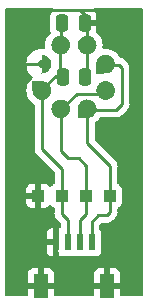
<source format=gbr>
G04 #@! TF.GenerationSoftware,KiCad,Pcbnew,(6.0.7)*
G04 #@! TF.CreationDate,2022-08-12T11:37:01-07:00*
G04 #@! TF.ProjectId,mlx90640-breakout,6d6c7839-3036-4343-902d-627265616b6f,rev?*
G04 #@! TF.SameCoordinates,Original*
G04 #@! TF.FileFunction,Copper,L1,Top*
G04 #@! TF.FilePolarity,Positive*
%FSLAX46Y46*%
G04 Gerber Fmt 4.6, Leading zero omitted, Abs format (unit mm)*
G04 Created by KiCad (PCBNEW (6.0.7)) date 2022-08-12 11:37:01*
%MOMM*%
%LPD*%
G01*
G04 APERTURE LIST*
G04 Aperture macros list*
%AMRoundRect*
0 Rectangle with rounded corners*
0 $1 Rounding radius*
0 $2 $3 $4 $5 $6 $7 $8 $9 X,Y pos of 4 corners*
0 Add a 4 corners polygon primitive as box body*
4,1,4,$2,$3,$4,$5,$6,$7,$8,$9,$2,$3,0*
0 Add four circle primitives for the rounded corners*
1,1,$1+$1,$2,$3*
1,1,$1+$1,$4,$5*
1,1,$1+$1,$6,$7*
1,1,$1+$1,$8,$9*
0 Add four rect primitives between the rounded corners*
20,1,$1+$1,$2,$3,$4,$5,0*
20,1,$1+$1,$4,$5,$6,$7,0*
20,1,$1+$1,$6,$7,$8,$9,0*
20,1,$1+$1,$8,$9,$2,$3,0*%
%AMFreePoly0*
4,1,21,0.108156,0.332870,0.205725,0.283156,0.283156,0.205725,0.332870,0.108156,0.350000,0.000000,0.332870,-0.108156,0.283156,-0.205725,0.205725,-0.283156,0.108156,-0.332870,0.000000,-0.350000,-0.108156,-0.332870,-0.205725,-0.283156,-0.283156,-0.205725,-0.332870,-0.108156,-0.350000,0.000000,-0.332870,0.108156,-0.283156,0.205725,-0.205725,0.283156,-0.108156,0.332870,0.000000,0.350000,
0.108156,0.332870,0.108156,0.332870,$1*%
G04 Aperture macros list end*
G04 #@! TA.AperFunction,EtchedComponent*
%ADD10C,1.600000*%
G04 #@! TD*
G04 #@! TA.AperFunction,SMDPad,CuDef*
%ADD11R,1.000000X1.000000*%
G04 #@! TD*
G04 #@! TA.AperFunction,SMDPad,CuDef*
%ADD12RoundRect,0.250000X-0.250000X-0.475000X0.250000X-0.475000X0.250000X0.475000X-0.250000X0.475000X0*%
G04 #@! TD*
G04 #@! TA.AperFunction,SMDPad,CuDef*
%ADD13R,0.600000X1.350000*%
G04 #@! TD*
G04 #@! TA.AperFunction,SMDPad,CuDef*
%ADD14R,1.200000X2.000000*%
G04 #@! TD*
G04 #@! TA.AperFunction,ComponentPad*
%ADD15FreePoly0,90.000000*%
G04 #@! TD*
G04 #@! TA.AperFunction,ComponentPad*
%ADD16C,0.700000*%
G04 #@! TD*
G04 #@! TA.AperFunction,ComponentPad*
%ADD17FreePoly0,0.000000*%
G04 #@! TD*
G04 #@! TA.AperFunction,Conductor*
%ADD18C,0.250000*%
G04 #@! TD*
G04 APERTURE END LIST*
D10*
X113627739Y-65573956D02*
G75*
G03*
X113627739Y-65573956I-1000J0D01*
G01*
X108228891Y-65574990D02*
G75*
G03*
X108228891Y-65574990I-100J0D01*
G01*
X113624347Y-63340119D02*
G75*
G03*
X113624347Y-63340119I-100J0D01*
G01*
X108228804Y-63340120D02*
G75*
G03*
X108228804Y-63340120I-10J0D01*
G01*
X109825110Y-61728793D02*
G75*
G03*
X109825110Y-61728793I-100J0D01*
G01*
X112059981Y-67124249D02*
G75*
G03*
X112059981Y-67124249I-100J0D01*
G01*
X112059890Y-61728796D02*
G75*
G03*
X112059890Y-61728796I-10J0D01*
G01*
X109827044Y-67126741D02*
G75*
G03*
X109827044Y-67126741I-1000J0D01*
G01*
D11*
X113997999Y-74483001D03*
X107901999Y-74483001D03*
D12*
X109938999Y-59878001D03*
X111838999Y-59878001D03*
D13*
X109443999Y-78428001D03*
X110443999Y-78428001D03*
X111443999Y-78428001D03*
X112443999Y-78428001D03*
D14*
X113743999Y-82103001D03*
X108143999Y-82103001D03*
D11*
X109933999Y-74483001D03*
D12*
X109999999Y-64450001D03*
X111899999Y-64450001D03*
D11*
X111965999Y-74483001D03*
D15*
X113626739Y-65573956D03*
D16*
X108228791Y-65574990D03*
X108228794Y-63340120D03*
X113624247Y-63340119D03*
D17*
X109826044Y-67126741D03*
D16*
X109825010Y-61728793D03*
X112059880Y-61728796D03*
X112059881Y-67124249D03*
D18*
X109933999Y-74483001D02*
X109933999Y-72197001D01*
X109933999Y-74483001D02*
X109933999Y-76007001D01*
X109825010Y-61728793D02*
X109825010Y-59991990D01*
X109868291Y-64323001D02*
X109761855Y-64216565D01*
X108181563Y-65567437D02*
X109425999Y-64323001D01*
X109933999Y-72197001D02*
X108252271Y-70515273D01*
X109825010Y-59991990D02*
X109938999Y-59878001D01*
X109425999Y-64323001D02*
X109868291Y-64323001D01*
X109933999Y-76007001D02*
X110443999Y-76517001D01*
X110443999Y-76517001D02*
X110443999Y-78428001D01*
X108252271Y-70515273D02*
X108252271Y-65567437D01*
X109761855Y-64216565D02*
X109761855Y-61752273D01*
X110441999Y-71308001D02*
X109833366Y-70699368D01*
X109833366Y-70699368D02*
X109833366Y-67167002D01*
X111965999Y-74483001D02*
X111965999Y-71943001D01*
X111965999Y-76007001D02*
X111965999Y-74483001D01*
X111443999Y-76529001D02*
X111965999Y-76007001D01*
X111330999Y-71308001D02*
X110441999Y-71308001D01*
X111443999Y-78428001D02*
X111443999Y-76529001D01*
X111163417Y-65847001D02*
X113396219Y-65847001D01*
X111965999Y-71943001D02*
X111330999Y-71308001D01*
X109833598Y-67176820D02*
X111163417Y-65847001D01*
X113396219Y-65847001D02*
X113650219Y-65593001D01*
X112443999Y-76672001D02*
X112981999Y-76134001D01*
X114538771Y-67211229D02*
X112067435Y-67211229D01*
X113647727Y-63396065D02*
X114722063Y-63396065D01*
X112981999Y-76134001D02*
X113743999Y-76134001D01*
X115013999Y-66736001D02*
X114538771Y-67211229D01*
X112443999Y-78428001D02*
X112443999Y-76672001D01*
X112067203Y-70012205D02*
X112067203Y-67164510D01*
X113997999Y-71943001D02*
X112067203Y-70012205D01*
X113997999Y-75880001D02*
X113997999Y-74483001D01*
X113743999Y-76134001D02*
X113997999Y-75880001D01*
X114722063Y-63396065D02*
X115013999Y-63688001D01*
X115013999Y-63688001D02*
X115013999Y-66736001D01*
X113997999Y-74483001D02*
X113997999Y-71943001D01*
X107901999Y-73086001D02*
X107901999Y-74483001D01*
X113235999Y-59497001D02*
X112854999Y-59878001D01*
X106250999Y-63053001D02*
X106250999Y-63281436D01*
X111838999Y-64297436D02*
X112067434Y-64069001D01*
X108143999Y-78428001D02*
X109443999Y-78428001D01*
X113235999Y-58735001D02*
X113235999Y-59497001D01*
X112067434Y-59318871D02*
X111483564Y-58735001D01*
X109443999Y-78428001D02*
X108163999Y-78428001D01*
X107901999Y-78166001D02*
X107901999Y-74483001D01*
X112854999Y-59878001D02*
X111838999Y-59878001D01*
X108143999Y-82103001D02*
X108143999Y-78428001D01*
X108163999Y-78428001D02*
X107901999Y-78166001D01*
X106250999Y-71435001D02*
X107901999Y-73086001D01*
X106250999Y-71435001D02*
X106250999Y-63053001D01*
X111483564Y-58735001D02*
X113235999Y-58735001D01*
X112067434Y-64069001D02*
X112067434Y-59318871D01*
X113743999Y-82103001D02*
X108143999Y-82103001D01*
X107114434Y-58735001D02*
X106250999Y-59598436D01*
X106250999Y-63281436D02*
X106276564Y-63307001D01*
X106250999Y-59598436D02*
X106250999Y-63053001D01*
X111483564Y-58735001D02*
X107114434Y-58735001D01*
X106276564Y-63307001D02*
X108252273Y-63307001D01*
G04 #@! TA.AperFunction,Conductor*
G36*
X109174636Y-58628503D02*
G01*
X109221129Y-58682159D01*
X109231233Y-58752433D01*
X109201739Y-58817013D01*
X109195688Y-58823519D01*
X109089694Y-58929698D01*
X108996884Y-59080263D01*
X108941202Y-59248140D01*
X108930499Y-59352601D01*
X108930499Y-60403401D01*
X108930836Y-60406647D01*
X108930836Y-60406651D01*
X108940617Y-60500915D01*
X108941473Y-60509167D01*
X108943656Y-60515709D01*
X108943656Y-60515711D01*
X108979993Y-60624626D01*
X108982578Y-60695576D01*
X108949565Y-60753598D01*
X108818735Y-60884428D01*
X108687400Y-61071994D01*
X108685077Y-61076976D01*
X108685074Y-61076981D01*
X108592954Y-61274534D01*
X108590631Y-61279516D01*
X108531368Y-61500689D01*
X108511411Y-61728793D01*
X108511890Y-61734268D01*
X108511890Y-61734279D01*
X108526760Y-61904235D01*
X108512772Y-61973840D01*
X108463373Y-62024832D01*
X108390259Y-62040738D01*
X108234270Y-62027091D01*
X108234269Y-62027091D01*
X108228794Y-62026612D01*
X108000706Y-62046567D01*
X107995393Y-62047991D01*
X107995391Y-62047991D01*
X107784858Y-62104403D01*
X107784856Y-62104404D01*
X107779548Y-62105826D01*
X107774568Y-62108148D01*
X107774566Y-62108149D01*
X107577021Y-62200266D01*
X107577018Y-62200268D01*
X107572040Y-62202589D01*
X107384487Y-62333914D01*
X107222588Y-62495813D01*
X107091263Y-62683366D01*
X107088942Y-62688344D01*
X107088940Y-62688347D01*
X106997283Y-62884906D01*
X106994500Y-62890874D01*
X106993078Y-62896182D01*
X106993077Y-62896184D01*
X106946474Y-63070108D01*
X106935241Y-63112032D01*
X106915286Y-63340120D01*
X106935241Y-63568208D01*
X106936665Y-63573521D01*
X106936665Y-63573523D01*
X106981317Y-63740165D01*
X106994500Y-63789366D01*
X107091263Y-63996874D01*
X107222588Y-64184427D01*
X107384487Y-64346326D01*
X107395857Y-64354287D01*
X107440184Y-64409743D01*
X107447493Y-64480363D01*
X107415462Y-64543723D01*
X107395855Y-64560713D01*
X107384426Y-64568715D01*
X107222516Y-64730625D01*
X107091181Y-64918191D01*
X107088858Y-64923173D01*
X107088855Y-64923178D01*
X106996735Y-65120731D01*
X106994412Y-65125713D01*
X106992990Y-65131021D01*
X106992989Y-65131023D01*
X106966863Y-65228527D01*
X106935149Y-65346886D01*
X106915192Y-65574990D01*
X106935149Y-65803094D01*
X106936573Y-65808407D01*
X106936573Y-65808409D01*
X106955861Y-65880391D01*
X106994412Y-66024267D01*
X106996734Y-66029248D01*
X106996735Y-66029249D01*
X107088855Y-66226802D01*
X107088858Y-66226807D01*
X107091181Y-66231789D01*
X107222516Y-66419355D01*
X107384426Y-66581265D01*
X107562746Y-66706126D01*
X107565042Y-66707734D01*
X107609370Y-66763191D01*
X107618771Y-66810947D01*
X107618771Y-70436506D01*
X107618244Y-70447689D01*
X107616569Y-70455182D01*
X107616818Y-70463108D01*
X107616818Y-70463109D01*
X107618709Y-70523259D01*
X107618771Y-70527218D01*
X107618771Y-70555129D01*
X107619268Y-70559063D01*
X107619268Y-70559064D01*
X107619276Y-70559129D01*
X107620209Y-70570966D01*
X107621598Y-70615162D01*
X107624138Y-70623904D01*
X107627249Y-70634612D01*
X107631258Y-70653973D01*
X107633797Y-70674070D01*
X107636716Y-70681441D01*
X107636716Y-70681443D01*
X107650075Y-70715185D01*
X107653920Y-70726415D01*
X107664042Y-70761256D01*
X107666253Y-70768866D01*
X107670286Y-70775685D01*
X107670288Y-70775690D01*
X107676564Y-70786301D01*
X107685259Y-70804049D01*
X107692719Y-70822890D01*
X107697381Y-70829306D01*
X107697381Y-70829307D01*
X107718707Y-70858660D01*
X107725223Y-70868580D01*
X107747729Y-70906635D01*
X107762050Y-70920956D01*
X107774890Y-70935989D01*
X107786799Y-70952380D01*
X107792905Y-70957431D01*
X107820876Y-70980571D01*
X107829655Y-70988561D01*
X109263594Y-72422500D01*
X109297620Y-72484812D01*
X109300499Y-72511595D01*
X109300499Y-73402619D01*
X109280497Y-73470740D01*
X109226841Y-73517233D01*
X109218730Y-73520600D01*
X109195706Y-73529232D01*
X109195703Y-73529233D01*
X109187294Y-73532386D01*
X109070738Y-73619740D01*
X109018826Y-73689007D01*
X109018513Y-73689424D01*
X108961654Y-73731939D01*
X108890836Y-73736965D01*
X108828542Y-73702905D01*
X108816861Y-73689424D01*
X108770285Y-73627278D01*
X108757723Y-73614716D01*
X108655648Y-73538215D01*
X108640053Y-73529677D01*
X108519605Y-73484523D01*
X108504350Y-73480896D01*
X108453485Y-73475370D01*
X108446671Y-73475001D01*
X108174114Y-73475001D01*
X108158875Y-73479476D01*
X108157670Y-73480866D01*
X108155999Y-73488549D01*
X108155999Y-75472885D01*
X108160474Y-75488124D01*
X108161864Y-75489329D01*
X108169547Y-75491000D01*
X108446668Y-75491000D01*
X108453489Y-75490630D01*
X108504351Y-75485106D01*
X108519603Y-75481480D01*
X108640053Y-75436325D01*
X108655648Y-75427787D01*
X108757723Y-75351286D01*
X108770285Y-75338724D01*
X108816861Y-75276578D01*
X108873720Y-75234063D01*
X108944539Y-75229037D01*
X109006832Y-75263097D01*
X109018511Y-75276575D01*
X109070738Y-75346262D01*
X109187294Y-75433616D01*
X109195703Y-75436769D01*
X109195706Y-75436770D01*
X109218730Y-75445402D01*
X109275494Y-75488044D01*
X109300193Y-75554606D01*
X109300499Y-75563383D01*
X109300499Y-75928234D01*
X109299972Y-75939417D01*
X109298297Y-75946910D01*
X109298546Y-75954836D01*
X109298546Y-75954837D01*
X109300437Y-76014987D01*
X109300499Y-76018946D01*
X109300499Y-76046857D01*
X109300996Y-76050791D01*
X109300996Y-76050792D01*
X109301004Y-76050857D01*
X109301937Y-76062694D01*
X109303326Y-76106890D01*
X109307718Y-76122006D01*
X109308977Y-76126340D01*
X109312986Y-76145701D01*
X109315525Y-76165798D01*
X109318444Y-76173169D01*
X109318444Y-76173171D01*
X109331803Y-76206913D01*
X109335648Y-76218143D01*
X109345770Y-76252984D01*
X109347981Y-76260594D01*
X109352014Y-76267413D01*
X109352016Y-76267418D01*
X109358292Y-76278029D01*
X109366987Y-76295777D01*
X109374447Y-76314618D01*
X109379109Y-76321034D01*
X109379109Y-76321035D01*
X109400435Y-76350388D01*
X109406951Y-76360308D01*
X109416036Y-76375669D01*
X109429457Y-76398363D01*
X109443778Y-76412684D01*
X109456618Y-76427717D01*
X109468527Y-76444108D01*
X109500412Y-76470485D01*
X109502592Y-76472289D01*
X109511373Y-76480279D01*
X109773595Y-76742502D01*
X109807620Y-76804814D01*
X109810499Y-76831597D01*
X109810499Y-77122965D01*
X109790497Y-77191086D01*
X109736841Y-77237579D01*
X109719997Y-77243861D01*
X109700875Y-77249476D01*
X109699670Y-77250866D01*
X109697999Y-77258549D01*
X109697999Y-77471143D01*
X109689981Y-77515372D01*
X109645028Y-77635283D01*
X109645026Y-77635289D01*
X109642254Y-77642685D01*
X109635499Y-77704867D01*
X109635499Y-79151135D01*
X109642254Y-79213317D01*
X109645026Y-79220713D01*
X109645028Y-79220719D01*
X109689981Y-79340630D01*
X109697999Y-79384859D01*
X109697999Y-79592885D01*
X109702474Y-79608124D01*
X109703864Y-79609329D01*
X109711547Y-79611000D01*
X109788668Y-79611000D01*
X109795489Y-79610630D01*
X109846351Y-79605106D01*
X109861603Y-79601480D01*
X109899057Y-79587439D01*
X109969864Y-79582256D01*
X109987515Y-79587439D01*
X110033683Y-79604746D01*
X110095865Y-79611501D01*
X110792133Y-79611501D01*
X110796745Y-79611000D01*
X110846465Y-79605599D01*
X110846467Y-79605599D01*
X110854315Y-79604746D01*
X110861708Y-79601974D01*
X110861710Y-79601974D01*
X110899770Y-79587706D01*
X110970577Y-79582523D01*
X110988228Y-79587706D01*
X111026288Y-79601974D01*
X111026290Y-79601974D01*
X111033683Y-79604746D01*
X111041531Y-79605599D01*
X111041533Y-79605599D01*
X111091253Y-79611000D01*
X111095865Y-79611501D01*
X111792133Y-79611501D01*
X111796745Y-79611000D01*
X111846465Y-79605599D01*
X111846467Y-79605599D01*
X111854315Y-79604746D01*
X111861708Y-79601974D01*
X111861710Y-79601974D01*
X111899770Y-79587706D01*
X111970577Y-79582523D01*
X111988228Y-79587706D01*
X112026288Y-79601974D01*
X112026290Y-79601974D01*
X112033683Y-79604746D01*
X112041531Y-79605599D01*
X112041533Y-79605599D01*
X112091253Y-79611000D01*
X112095865Y-79611501D01*
X112792133Y-79611501D01*
X112854315Y-79604746D01*
X112990704Y-79553616D01*
X113107260Y-79466262D01*
X113194614Y-79349706D01*
X113245744Y-79213317D01*
X113252499Y-79151135D01*
X113252499Y-77704867D01*
X113245744Y-77642685D01*
X113194614Y-77506296D01*
X113107260Y-77389740D01*
X113108864Y-77388538D01*
X113080378Y-77336371D01*
X113077499Y-77309588D01*
X113077499Y-76986596D01*
X113097501Y-76918475D01*
X113114404Y-76897500D01*
X113207500Y-76804405D01*
X113269812Y-76770380D01*
X113296595Y-76767501D01*
X113665232Y-76767501D01*
X113676415Y-76768028D01*
X113683908Y-76769703D01*
X113691834Y-76769454D01*
X113691835Y-76769454D01*
X113751985Y-76767563D01*
X113755944Y-76767501D01*
X113783855Y-76767501D01*
X113787790Y-76767004D01*
X113787855Y-76766996D01*
X113799692Y-76766063D01*
X113831950Y-76765049D01*
X113835969Y-76764923D01*
X113843888Y-76764674D01*
X113863342Y-76759022D01*
X113882699Y-76755014D01*
X113894929Y-76753469D01*
X113894930Y-76753469D01*
X113902796Y-76752475D01*
X113910167Y-76749556D01*
X113910169Y-76749556D01*
X113943911Y-76736197D01*
X113955141Y-76732352D01*
X113989982Y-76722230D01*
X113989983Y-76722230D01*
X113997592Y-76720019D01*
X114004411Y-76715986D01*
X114004416Y-76715984D01*
X114015027Y-76709708D01*
X114032775Y-76701013D01*
X114051616Y-76693553D01*
X114087386Y-76667565D01*
X114097306Y-76661049D01*
X114128534Y-76642581D01*
X114128537Y-76642579D01*
X114135361Y-76638543D01*
X114149682Y-76624222D01*
X114164716Y-76611381D01*
X114174693Y-76604132D01*
X114181106Y-76599473D01*
X114209297Y-76565396D01*
X114217287Y-76556617D01*
X114390246Y-76383658D01*
X114398536Y-76376114D01*
X114405017Y-76372001D01*
X114451658Y-76322333D01*
X114454412Y-76319492D01*
X114474133Y-76299771D01*
X114476611Y-76296576D01*
X114484317Y-76287554D01*
X114509157Y-76261102D01*
X114514585Y-76255322D01*
X114524345Y-76237569D01*
X114535198Y-76221046D01*
X114537450Y-76218143D01*
X114547612Y-76205042D01*
X114565175Y-76164458D01*
X114570382Y-76153828D01*
X114591694Y-76115061D01*
X114593665Y-76107384D01*
X114593667Y-76107379D01*
X114596731Y-76095443D01*
X114603137Y-76076731D01*
X114608032Y-76065420D01*
X114611180Y-76058146D01*
X114612420Y-76050318D01*
X114612422Y-76050311D01*
X114618098Y-76014477D01*
X114620504Y-76002857D01*
X114629527Y-75967712D01*
X114629527Y-75967711D01*
X114631499Y-75960031D01*
X114631499Y-75939777D01*
X114633050Y-75920066D01*
X114634979Y-75907887D01*
X114636219Y-75900058D01*
X114632058Y-75856039D01*
X114631499Y-75844182D01*
X114631499Y-75563383D01*
X114651501Y-75495262D01*
X114705157Y-75448769D01*
X114713268Y-75445402D01*
X114736292Y-75436770D01*
X114736295Y-75436769D01*
X114744704Y-75433616D01*
X114861260Y-75346262D01*
X114948614Y-75229706D01*
X114999744Y-75093317D01*
X115006499Y-75031135D01*
X115006499Y-73934867D01*
X114999744Y-73872685D01*
X114948614Y-73736296D01*
X114861260Y-73619740D01*
X114744704Y-73532386D01*
X114736295Y-73529233D01*
X114736292Y-73529232D01*
X114713268Y-73520600D01*
X114656504Y-73477958D01*
X114631805Y-73411396D01*
X114631499Y-73402619D01*
X114631499Y-72021768D01*
X114632026Y-72010585D01*
X114633701Y-72003092D01*
X114631561Y-71935001D01*
X114631499Y-71931044D01*
X114631499Y-71903145D01*
X114630995Y-71899154D01*
X114630062Y-71887312D01*
X114628922Y-71851037D01*
X114628673Y-71843112D01*
X114626460Y-71835494D01*
X114626460Y-71835493D01*
X114623022Y-71823660D01*
X114619011Y-71804296D01*
X114617466Y-71792065D01*
X114616473Y-71784204D01*
X114613556Y-71776837D01*
X114613555Y-71776832D01*
X114600197Y-71743093D01*
X114596353Y-71731866D01*
X114586229Y-71697023D01*
X114584017Y-71689408D01*
X114573706Y-71671973D01*
X114565011Y-71654225D01*
X114557551Y-71635384D01*
X114531563Y-71599614D01*
X114525047Y-71589694D01*
X114506579Y-71558466D01*
X114506577Y-71558463D01*
X114502541Y-71551639D01*
X114488220Y-71537318D01*
X114475379Y-71522284D01*
X114468130Y-71512307D01*
X114463471Y-71505894D01*
X114429394Y-71477703D01*
X114420615Y-71469713D01*
X112737608Y-69786705D01*
X112703582Y-69724393D01*
X112700703Y-69697610D01*
X112700703Y-68338638D01*
X112720705Y-68270517D01*
X112754432Y-68235425D01*
X112899735Y-68133683D01*
X112899738Y-68133681D01*
X112904246Y-68130524D01*
X113066156Y-67968614D01*
X113108323Y-67908394D01*
X113115280Y-67898458D01*
X113170737Y-67854130D01*
X113218493Y-67844729D01*
X114460004Y-67844729D01*
X114471187Y-67845256D01*
X114478680Y-67846931D01*
X114486606Y-67846682D01*
X114486607Y-67846682D01*
X114546757Y-67844791D01*
X114550716Y-67844729D01*
X114578627Y-67844729D01*
X114582562Y-67844232D01*
X114582627Y-67844224D01*
X114594464Y-67843291D01*
X114626722Y-67842277D01*
X114630741Y-67842151D01*
X114638660Y-67841902D01*
X114658114Y-67836250D01*
X114677471Y-67832242D01*
X114689701Y-67830697D01*
X114689702Y-67830697D01*
X114697568Y-67829703D01*
X114704939Y-67826784D01*
X114704941Y-67826784D01*
X114738683Y-67813425D01*
X114749913Y-67809580D01*
X114784754Y-67799458D01*
X114784755Y-67799458D01*
X114792364Y-67797247D01*
X114799183Y-67793214D01*
X114799188Y-67793212D01*
X114809799Y-67786936D01*
X114827547Y-67778241D01*
X114846388Y-67770781D01*
X114882158Y-67744793D01*
X114892078Y-67738277D01*
X114923306Y-67719809D01*
X114923309Y-67719807D01*
X114930133Y-67715771D01*
X114944454Y-67701450D01*
X114959488Y-67688609D01*
X114969464Y-67681361D01*
X114975878Y-67676701D01*
X115004059Y-67642636D01*
X115012049Y-67633855D01*
X115406257Y-67239648D01*
X115414536Y-67232114D01*
X115421017Y-67228001D01*
X115467643Y-67178349D01*
X115470397Y-67175508D01*
X115490134Y-67155771D01*
X115492614Y-67152574D01*
X115500319Y-67143552D01*
X115525158Y-67117101D01*
X115530585Y-67111322D01*
X115534404Y-67104376D01*
X115534406Y-67104373D01*
X115540347Y-67093567D01*
X115551198Y-67077048D01*
X115558757Y-67067302D01*
X115563613Y-67061042D01*
X115566758Y-67053773D01*
X115566761Y-67053769D01*
X115581173Y-67020464D01*
X115586390Y-67009814D01*
X115607694Y-66971061D01*
X115612732Y-66951438D01*
X115619136Y-66932735D01*
X115624032Y-66921421D01*
X115624032Y-66921420D01*
X115627180Y-66914146D01*
X115628419Y-66906323D01*
X115628422Y-66906313D01*
X115634098Y-66870477D01*
X115636504Y-66858857D01*
X115645527Y-66823712D01*
X115645527Y-66823711D01*
X115647499Y-66816031D01*
X115647499Y-66795777D01*
X115649050Y-66776066D01*
X115650979Y-66763887D01*
X115652219Y-66756058D01*
X115648058Y-66712039D01*
X115647499Y-66700182D01*
X115647499Y-63766768D01*
X115648026Y-63755585D01*
X115649701Y-63748092D01*
X115647561Y-63680001D01*
X115647499Y-63676044D01*
X115647499Y-63648145D01*
X115646995Y-63644154D01*
X115646062Y-63632312D01*
X115644922Y-63596037D01*
X115644673Y-63588112D01*
X115642461Y-63580498D01*
X115642460Y-63580493D01*
X115639022Y-63568660D01*
X115635011Y-63549296D01*
X115633466Y-63537065D01*
X115632473Y-63529204D01*
X115629556Y-63521837D01*
X115629555Y-63521832D01*
X115616197Y-63488093D01*
X115612353Y-63476866D01*
X115602229Y-63442023D01*
X115600017Y-63434408D01*
X115589706Y-63416973D01*
X115581011Y-63399225D01*
X115573551Y-63380384D01*
X115567355Y-63371855D01*
X115547563Y-63344614D01*
X115541047Y-63334694D01*
X115522577Y-63303464D01*
X115518541Y-63296639D01*
X115512935Y-63291032D01*
X115504219Y-63282316D01*
X115491378Y-63267282D01*
X115484130Y-63257306D01*
X115484129Y-63257305D01*
X115479471Y-63250894D01*
X115445406Y-63222713D01*
X115436625Y-63214723D01*
X115225710Y-63003807D01*
X115218176Y-62995528D01*
X115214063Y-62989047D01*
X115164410Y-62942420D01*
X115161569Y-62939666D01*
X115141833Y-62919930D01*
X115138636Y-62917450D01*
X115129614Y-62909745D01*
X115097384Y-62879479D01*
X115090438Y-62875660D01*
X115090435Y-62875658D01*
X115079629Y-62869717D01*
X115063110Y-62858866D01*
X115062646Y-62858506D01*
X115047104Y-62846451D01*
X115039835Y-62843306D01*
X115039831Y-62843303D01*
X115006526Y-62828891D01*
X114995876Y-62823674D01*
X114957123Y-62802370D01*
X114937500Y-62797332D01*
X114918797Y-62790928D01*
X114907483Y-62786032D01*
X114907482Y-62786032D01*
X114900208Y-62782884D01*
X114867124Y-62777644D01*
X114802972Y-62747232D01*
X114772640Y-62706443D01*
X114764187Y-62688315D01*
X114764183Y-62688308D01*
X114761857Y-62683320D01*
X114684721Y-62573158D01*
X114633681Y-62500265D01*
X114633679Y-62500262D01*
X114630522Y-62495754D01*
X114468612Y-62333844D01*
X114281047Y-62202509D01*
X114276065Y-62200186D01*
X114276060Y-62200183D01*
X114078506Y-62108063D01*
X114078505Y-62108063D01*
X114073524Y-62105740D01*
X114068216Y-62104318D01*
X114068214Y-62104317D01*
X113857666Y-62047901D01*
X113857664Y-62047901D01*
X113852351Y-62046477D01*
X113635411Y-62027497D01*
X113629722Y-62026999D01*
X113624247Y-62026520D01*
X113618772Y-62026999D01*
X113618761Y-62026999D01*
X113494795Y-62037845D01*
X113425190Y-62023857D01*
X113374198Y-61974458D01*
X113358292Y-61901343D01*
X113372909Y-61734271D01*
X113373388Y-61728796D01*
X113353433Y-61500708D01*
X113294174Y-61279550D01*
X113197411Y-61072042D01*
X113066086Y-60884489D01*
X112904187Y-60722590D01*
X112868133Y-60697345D01*
X112823806Y-60641889D01*
X112816497Y-60571269D01*
X112820812Y-60554467D01*
X112834135Y-60514297D01*
X112837004Y-60500915D01*
X112846671Y-60406563D01*
X112846999Y-60400147D01*
X112846999Y-60150116D01*
X112842524Y-60134877D01*
X112841134Y-60133672D01*
X112833451Y-60132001D01*
X112111114Y-60132001D01*
X112095875Y-60136476D01*
X112094670Y-60137866D01*
X112092999Y-60145549D01*
X112092999Y-60296932D01*
X112072997Y-60365053D01*
X112019341Y-60411546D01*
X111977981Y-60422453D01*
X111934744Y-60426236D01*
X111831792Y-60435243D01*
X111826479Y-60436667D01*
X111826477Y-60436667D01*
X111743610Y-60458871D01*
X111672633Y-60457181D01*
X111613838Y-60417387D01*
X111585890Y-60352122D01*
X111584999Y-60337164D01*
X111584999Y-59750001D01*
X111605001Y-59681880D01*
X111658657Y-59635387D01*
X111710999Y-59624001D01*
X112828883Y-59624001D01*
X112844122Y-59619526D01*
X112845327Y-59618136D01*
X112846998Y-59610453D01*
X112846998Y-59355906D01*
X112846661Y-59349387D01*
X112836742Y-59253795D01*
X112833850Y-59240401D01*
X112782411Y-59086217D01*
X112776238Y-59073039D01*
X112690936Y-58935194D01*
X112681900Y-58923793D01*
X112581607Y-58823674D01*
X112547528Y-58761391D01*
X112552531Y-58690571D01*
X112595028Y-58633698D01*
X112661527Y-58608830D01*
X112670625Y-58608501D01*
X116665499Y-58608501D01*
X116733620Y-58628503D01*
X116780113Y-58682159D01*
X116791499Y-58734501D01*
X116791499Y-82865501D01*
X116771497Y-82933622D01*
X116717841Y-82980115D01*
X116665499Y-82991501D01*
X114977999Y-82991501D01*
X114909878Y-82971499D01*
X114863385Y-82917843D01*
X114851999Y-82865501D01*
X114851999Y-82375116D01*
X114847524Y-82359877D01*
X114846134Y-82358672D01*
X114838451Y-82357001D01*
X112654115Y-82357001D01*
X112638876Y-82361476D01*
X112637671Y-82362866D01*
X112636000Y-82370549D01*
X112636000Y-82865501D01*
X112615998Y-82933622D01*
X112562342Y-82980115D01*
X112510000Y-82991501D01*
X109377999Y-82991501D01*
X109309878Y-82971499D01*
X109263385Y-82917843D01*
X109251999Y-82865501D01*
X109251999Y-82375116D01*
X109247524Y-82359877D01*
X109246134Y-82358672D01*
X109238451Y-82357001D01*
X107054115Y-82357001D01*
X107038876Y-82361476D01*
X107037671Y-82362866D01*
X107036000Y-82370549D01*
X107036000Y-82865501D01*
X107015998Y-82933622D01*
X106962342Y-82980115D01*
X106910000Y-82991501D01*
X105234499Y-82991501D01*
X105166378Y-82971499D01*
X105119885Y-82917843D01*
X105108499Y-82865501D01*
X105108499Y-81830886D01*
X107035999Y-81830886D01*
X107040474Y-81846125D01*
X107041864Y-81847330D01*
X107049547Y-81849001D01*
X107871884Y-81849001D01*
X107887123Y-81844526D01*
X107888328Y-81843136D01*
X107889999Y-81835453D01*
X107889999Y-81830886D01*
X108397999Y-81830886D01*
X108402474Y-81846125D01*
X108403864Y-81847330D01*
X108411547Y-81849001D01*
X109233883Y-81849001D01*
X109249122Y-81844526D01*
X109250327Y-81843136D01*
X109251998Y-81835453D01*
X109251998Y-81830886D01*
X112635999Y-81830886D01*
X112640474Y-81846125D01*
X112641864Y-81847330D01*
X112649547Y-81849001D01*
X113471884Y-81849001D01*
X113487123Y-81844526D01*
X113488328Y-81843136D01*
X113489999Y-81835453D01*
X113489999Y-81830886D01*
X113997999Y-81830886D01*
X114002474Y-81846125D01*
X114003864Y-81847330D01*
X114011547Y-81849001D01*
X114833883Y-81849001D01*
X114849122Y-81844526D01*
X114850327Y-81843136D01*
X114851998Y-81835453D01*
X114851998Y-81058332D01*
X114851628Y-81051511D01*
X114846104Y-81000649D01*
X114842478Y-80985397D01*
X114797323Y-80864947D01*
X114788785Y-80849352D01*
X114712284Y-80747277D01*
X114699723Y-80734716D01*
X114597648Y-80658215D01*
X114582053Y-80649677D01*
X114461605Y-80604523D01*
X114446350Y-80600896D01*
X114395485Y-80595370D01*
X114388671Y-80595001D01*
X114016114Y-80595001D01*
X114000875Y-80599476D01*
X113999670Y-80600866D01*
X113997999Y-80608549D01*
X113997999Y-81830886D01*
X113489999Y-81830886D01*
X113489999Y-80613117D01*
X113485524Y-80597878D01*
X113484134Y-80596673D01*
X113476451Y-80595002D01*
X113099330Y-80595002D01*
X113092509Y-80595372D01*
X113041647Y-80600896D01*
X113026395Y-80604522D01*
X112905945Y-80649677D01*
X112890350Y-80658215D01*
X112788275Y-80734716D01*
X112775714Y-80747277D01*
X112699213Y-80849352D01*
X112690675Y-80864947D01*
X112645521Y-80985395D01*
X112641894Y-81000650D01*
X112636368Y-81051515D01*
X112635999Y-81058329D01*
X112635999Y-81830886D01*
X109251998Y-81830886D01*
X109251998Y-81058332D01*
X109251628Y-81051511D01*
X109246104Y-81000649D01*
X109242478Y-80985397D01*
X109197323Y-80864947D01*
X109188785Y-80849352D01*
X109112284Y-80747277D01*
X109099723Y-80734716D01*
X108997648Y-80658215D01*
X108982053Y-80649677D01*
X108861605Y-80604523D01*
X108846350Y-80600896D01*
X108795485Y-80595370D01*
X108788671Y-80595001D01*
X108416114Y-80595001D01*
X108400875Y-80599476D01*
X108399670Y-80600866D01*
X108397999Y-80608549D01*
X108397999Y-81830886D01*
X107889999Y-81830886D01*
X107889999Y-80613117D01*
X107885524Y-80597878D01*
X107884134Y-80596673D01*
X107876451Y-80595002D01*
X107499330Y-80595002D01*
X107492509Y-80595372D01*
X107441647Y-80600896D01*
X107426395Y-80604522D01*
X107305945Y-80649677D01*
X107290350Y-80658215D01*
X107188275Y-80734716D01*
X107175714Y-80747277D01*
X107099213Y-80849352D01*
X107090675Y-80864947D01*
X107045521Y-80985395D01*
X107041894Y-81000650D01*
X107036368Y-81051515D01*
X107035999Y-81058329D01*
X107035999Y-81830886D01*
X105108499Y-81830886D01*
X105108499Y-79147670D01*
X108636000Y-79147670D01*
X108636370Y-79154491D01*
X108641894Y-79205353D01*
X108645520Y-79220605D01*
X108690675Y-79341055D01*
X108699213Y-79356650D01*
X108775714Y-79458725D01*
X108788275Y-79471286D01*
X108890350Y-79547787D01*
X108905945Y-79556325D01*
X109026393Y-79601479D01*
X109041648Y-79605106D01*
X109092513Y-79610632D01*
X109099327Y-79611001D01*
X109171884Y-79611001D01*
X109187123Y-79606526D01*
X109188328Y-79605136D01*
X109189999Y-79597453D01*
X109189999Y-78700116D01*
X109185524Y-78684877D01*
X109184134Y-78683672D01*
X109176451Y-78682001D01*
X108654115Y-78682001D01*
X108638876Y-78686476D01*
X108637671Y-78687866D01*
X108636000Y-78695549D01*
X108636000Y-79147670D01*
X105108499Y-79147670D01*
X105108499Y-78155886D01*
X108635999Y-78155886D01*
X108640474Y-78171125D01*
X108641864Y-78172330D01*
X108649547Y-78174001D01*
X109171884Y-78174001D01*
X109187123Y-78169526D01*
X109188328Y-78168136D01*
X109189999Y-78160453D01*
X109189999Y-77263117D01*
X109185524Y-77247878D01*
X109184134Y-77246673D01*
X109176451Y-77245002D01*
X109099330Y-77245002D01*
X109092509Y-77245372D01*
X109041647Y-77250896D01*
X109026395Y-77254522D01*
X108905945Y-77299677D01*
X108890350Y-77308215D01*
X108788275Y-77384716D01*
X108775714Y-77397277D01*
X108699213Y-77499352D01*
X108690675Y-77514947D01*
X108645521Y-77635395D01*
X108641894Y-77650650D01*
X108636368Y-77701515D01*
X108635999Y-77708329D01*
X108635999Y-78155886D01*
X105108499Y-78155886D01*
X105108499Y-75027670D01*
X106894000Y-75027670D01*
X106894370Y-75034491D01*
X106899894Y-75085353D01*
X106903520Y-75100605D01*
X106948675Y-75221055D01*
X106957213Y-75236650D01*
X107033714Y-75338725D01*
X107046275Y-75351286D01*
X107148350Y-75427787D01*
X107163945Y-75436325D01*
X107284393Y-75481479D01*
X107299648Y-75485106D01*
X107350513Y-75490632D01*
X107357327Y-75491001D01*
X107629884Y-75491001D01*
X107645123Y-75486526D01*
X107646328Y-75485136D01*
X107647999Y-75477453D01*
X107647999Y-74755116D01*
X107643524Y-74739877D01*
X107642134Y-74738672D01*
X107634451Y-74737001D01*
X106912115Y-74737001D01*
X106896876Y-74741476D01*
X106895671Y-74742866D01*
X106894000Y-74750549D01*
X106894000Y-75027670D01*
X105108499Y-75027670D01*
X105108499Y-74210886D01*
X106893999Y-74210886D01*
X106898474Y-74226125D01*
X106899864Y-74227330D01*
X106907547Y-74229001D01*
X107629884Y-74229001D01*
X107645123Y-74224526D01*
X107646328Y-74223136D01*
X107647999Y-74215453D01*
X107647999Y-73493117D01*
X107643524Y-73477878D01*
X107642134Y-73476673D01*
X107634451Y-73475002D01*
X107357330Y-73475002D01*
X107350509Y-73475372D01*
X107299647Y-73480896D01*
X107284395Y-73484522D01*
X107163945Y-73529677D01*
X107148350Y-73538215D01*
X107046275Y-73614716D01*
X107033714Y-73627277D01*
X106957213Y-73729352D01*
X106948675Y-73744947D01*
X106903521Y-73865395D01*
X106899894Y-73880650D01*
X106894368Y-73931515D01*
X106893999Y-73938329D01*
X106893999Y-74210886D01*
X105108499Y-74210886D01*
X105108499Y-58734501D01*
X105128501Y-58666380D01*
X105182157Y-58619887D01*
X105234499Y-58608501D01*
X109106515Y-58608501D01*
X109174636Y-58628503D01*
G37*
G04 #@! TD.AperFunction*
M02*

</source>
